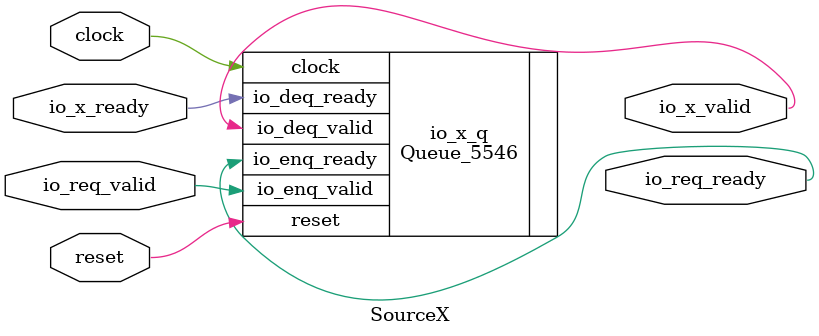
<source format=sv>
`ifndef RANDOMIZE
  `ifdef RANDOMIZE_REG_INIT
    `define RANDOMIZE
  `endif // RANDOMIZE_REG_INIT
`endif // not def RANDOMIZE
`ifndef RANDOMIZE
  `ifdef RANDOMIZE_MEM_INIT
    `define RANDOMIZE
  `endif // RANDOMIZE_MEM_INIT
`endif // not def RANDOMIZE

`ifndef RANDOM
  `define RANDOM $random
`endif // not def RANDOM

// Users can define 'PRINTF_COND' to add an extra gate to prints.
`ifndef PRINTF_COND_
  `ifdef PRINTF_COND
    `define PRINTF_COND_ (`PRINTF_COND)
  `else  // PRINTF_COND
    `define PRINTF_COND_ 1
  `endif // PRINTF_COND
`endif // not def PRINTF_COND_

// Users can define 'ASSERT_VERBOSE_COND' to add an extra gate to assert error printing.
`ifndef ASSERT_VERBOSE_COND_
  `ifdef ASSERT_VERBOSE_COND
    `define ASSERT_VERBOSE_COND_ (`ASSERT_VERBOSE_COND)
  `else  // ASSERT_VERBOSE_COND
    `define ASSERT_VERBOSE_COND_ 1
  `endif // ASSERT_VERBOSE_COND
`endif // not def ASSERT_VERBOSE_COND_

// Users can define 'STOP_COND' to add an extra gate to stop conditions.
`ifndef STOP_COND_
  `ifdef STOP_COND
    `define STOP_COND_ (`STOP_COND)
  `else  // STOP_COND
    `define STOP_COND_ 1
  `endif // STOP_COND
`endif // not def STOP_COND_

// Users can define INIT_RANDOM as general code that gets injected into the
// initializer block for modules with registers.
`ifndef INIT_RANDOM
  `define INIT_RANDOM
`endif // not def INIT_RANDOM

// If using random initialization, you can also define RANDOMIZE_DELAY to
// customize the delay used, otherwise 0.002 is used.
`ifndef RANDOMIZE_DELAY
  `define RANDOMIZE_DELAY 0.002
`endif // not def RANDOMIZE_DELAY

// Define INIT_RANDOM_PROLOG_ for use in our modules below.
`ifndef INIT_RANDOM_PROLOG_
  `ifdef RANDOMIZE
    `ifdef VERILATOR
      `define INIT_RANDOM_PROLOG_ `INIT_RANDOM
    `else  // VERILATOR
      `define INIT_RANDOM_PROLOG_ `INIT_RANDOM #`RANDOMIZE_DELAY begin end
    `endif // VERILATOR
  `else  // RANDOMIZE
    `define INIT_RANDOM_PROLOG_
  `endif // RANDOMIZE
`endif // not def INIT_RANDOM_PROLOG_

module SourceX(
  input  clock,
         reset,
         io_req_valid,
         io_x_ready,
  output io_req_ready,
         io_x_valid
);

  Queue_5546 io_x_q (	// Decoupled.scala:375:21
    .clock        (clock),
    .reset        (reset),
    .io_enq_valid (io_req_valid),
    .io_deq_ready (io_x_ready),
    .io_enq_ready (io_req_ready),
    .io_deq_valid (io_x_valid)
  );
endmodule


</source>
